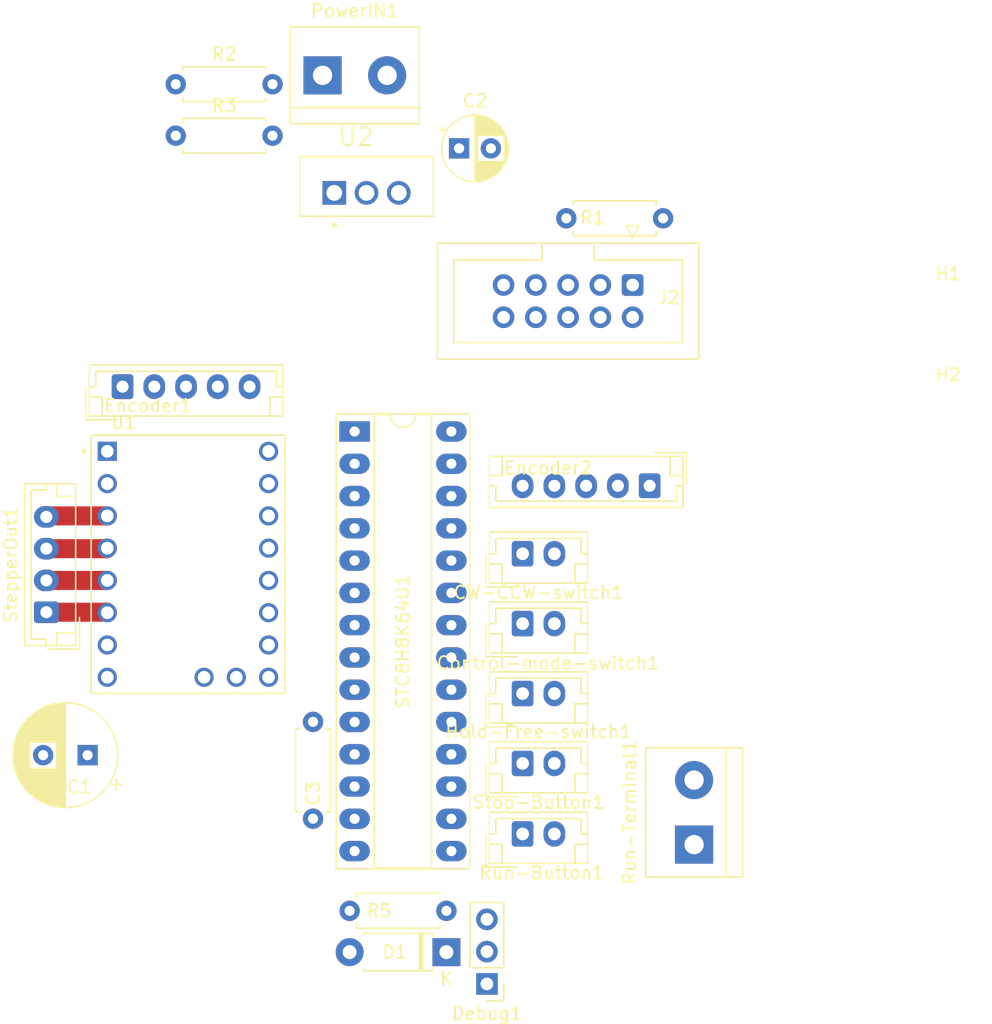
<source format=kicad_pcb>
(kicad_pcb (version 20240108) (generator "pcbnew") (generator_version "8.0")
  (layers (0 "F.Cu" signal) (31 "B.Cu" signal) (34 "B.Paste" user) (35 "F.Paste" user) (36 "B.SilkS" user "B.Silkscreen") (37 "F.SilkS" user "F.Silkscreen") (38 "B.Mask" user) (39 "F.Mask" user) (44 "Edge.Cuts" user))
  (net 0 "")
  (net 1 "GND")
  (net 2 "+24V")
  (net 3 "CW_CCW_Switch")
  (net 4 "Net-(STC8H8K64U1-Pin_10)")
  (net 5 "Net-(D1-A)")
  (net 6 "Encoder_DT2")
  (net 7 "control-mode-switch")
  (net 8 "/TX")
  (net 9 "Encoder_CLK2")
  (net 10 "Encoder_CLK1")
  (net 11 "/RX")
  (net 12 "Encoder_DT1")
  (net 13 "+5V")
  (net 14 "HOLD_FREE_SWITCH")
  (net 15 "Encoder_button2")
  (net 16 "Encoder_button1")
  (net 17 "Net-(U2-ADJ)")
  (net 18 "Run_Button")
  (net 19 "Net-(J2-Pin_5)")
  (net 20 "RS_CS")
  (net 21 "E_SCLK")
  (net 23 "RW_SID")
  (net 24 "Net-(STC8H8K64U1-Pin_16)")
  (net 25 "+3.3V")
  (net 29 "Net-(StepperOut1-Pin_4)")
  (net 30 "Net-(StepperOut1-Pin_1)")
  (net 31 "Net-(StepperOut1-Pin_2)")
  (net 32 "Net-(StepperOut1-Pin_3)")
  (net 33 "STOP_Button")
  (net 34 "DIAG")
  (net 36 "DIR")
  (net 37 "EN")
  (net 39 "STEP")
  (net 40 "INDEX")
  (footprint "Diode_THT:D_DO-41_SOD81_P7.62mm_Horizontal" (layer "F.Cu") (at 125 128.5 180)
    (property "Reference" "D1" (at 4.06 0 360) (layer "F.SilkS"))
    (property "Value" "1N5817")
    (fp_text user "K" (at 0 -2.1 360) (layer "F.SilkS"))
    (pad "1" thru_hole rect (at 0 0 180) (size 2.2 2.2) (drill 1.1) (layers "*.Cu" "*.Mask") (net 8 "/TX"))
    (pad "2" thru_hole oval (at 7.62 0 180) (size 2.2 2.2) (drill 1.1) (layers "*.Cu" "*.Mask") (net 5 "Net-(D1-A)"))
  )
  (footprint "Connector_JST:JST_EH_B5B-EH-A_1x05_P2.50mm_Vertical" (layer "F.Cu") (at 99.5 84)
    (property "Reference" "Encoder1" (at 2 1.5 0) (layer "F.SilkS"))
    (property "Value" "JST5P")
    (pad "1" thru_hole roundrect (at 0 0) (size 1.7 1.95) (drill 0.95) (layers "*.Cu" "*.Mask") (roundrect_rratio 0.147059) (net 10 "Encoder_CLK1"))
    (pad "2" thru_hole oval (at 2.5 0) (size 1.7 1.95) (drill 0.95) (layers "*.Cu" "*.Mask") (net 12 "Encoder_DT1"))
    (pad "3" thru_hole oval (at 5 0) (size 1.7 1.95) (drill 0.95) (layers "*.Cu" "*.Mask") (net 16 "Encoder_button1"))
    (pad "4" thru_hole oval (at 7.5 0) (size 1.7 1.95) (drill 0.95) (layers "*.Cu" "*.Mask") (net 13 "+5V"))
    (pad "5" thru_hole oval (at 10 0) (size 1.7 1.95) (drill 0.95) (layers "*.Cu" "*.Mask") (net 1 "GND"))
  )
  (footprint "TerminalBlock:TerminalBlock_bornier-2_P5.08mm" (layer "F.Cu") (at 115.25 59.5)
    (property "Reference" "PowerIN1" (at 2.54 -5.08 0) (layer "F.SilkS"))
    (property "Value" "Terminal")
    (pad "1" thru_hole rect (at 0 0) (size 3 3) (drill 1.52) (layers "*.Cu" "*.Mask") (net 2 "+24V"))
    (pad "2" thru_hole circle (at 5.08 0) (size 3 3) (drill 1.52) (layers "*.Cu" "*.Mask") (net 1 "GND"))
  )
  (footprint "LM338T:TO254P1054X470X1955-3" (layer "F.Cu") (at 118.71 68.75)
    (property "Reference" "U2" (at -0.835 -4.399 0) (layer "F.SilkS") (effects (font (size 1.4 1.4))))
    (property "Value" "LM338T")
    (pad "1" thru_hole rect (at -2.54 0) (size 1.86 1.86) (drill 1.24) (layers "*.Cu" "*.Mask") (net 17 "Net-(U2-ADJ)"))
    (pad "2" thru_hole circle (at 0 0) (size 1.86 1.86) (drill 1.24) (layers "*.Cu" "*.Mask") (net 13 "+5V"))
    (pad "3" thru_hole circle (at 2.54 0) (size 1.86 1.86) (drill 1.24) (layers "*.Cu" "*.Mask") (net 2 "+24V"))
  )
  (footprint "Connector_JST:JST_EH_B2B-EH-A_1x02_P2.50mm_Vertical" (layer "F.Cu") (at 131 113.65)
    (property "Reference" "Stop-Button1" (at 1.25 3.05 0) (layer "F.SilkS"))
    (property "Value" "JST2P")
    (pad "1" thru_hole roundrect (at 0 0) (size 1.7 2) (drill 1) (layers "*.Cu" "*.Mask") (roundrect_rratio 0.147059) (net 33 "STOP_Button"))
    (pad "2" thru_hole oval (at 2.5 0) (size 1.7 2) (drill 1) (layers "*.Cu" "*.Mask") (net 1 "GND"))
  )
  (footprint "Package_DIP:DIP-28_W7.62mm_Socket_LongPads" (layer "F.Cu") (at 117.77 87.53)
    (property "Reference" "STC8H8K64U1" (at 3.8 16.525 90) (layer "F.SilkS"))
    (property "Value" "DIP28")
    (pad "1" thru_hole rect (at 0 0) (size 2.4 1.6) (drill 0.8) (layers "*.Cu" "*.Mask"))
    (pad "2" thru_hole oval (at 0 2.54) (size 2.4 1.6) (drill 0.8) (layers "*.Cu" "*.Mask"))
    (pad "3" thru_hole oval (at 0 5.08) (size 2.4 1.6) (drill 0.8) (layers "*.Cu" "*.Mask") (net 10 "Encoder_CLK1"))
    (pad "4" thru_hole oval (at 0 7.62) (size 2.4 1.6) (drill 0.8) (layers "*.Cu" "*.Mask") (net 36 "DIR"))
    (pad "5" thru_hole oval (at 0 10.16) (size 2.4 1.6) (drill 0.8) (layers "*.Cu" "*.Mask") (net 39 "STEP"))
    (pad "6" thru_hole oval (at 0 12.7) (size 2.4 1.6) (drill 0.8) (layers "*.Cu" "*.Mask") (net 37 "EN"))
    (pad "7" thru_hole oval (at 0 15.24) (size 2.4 1.6) (drill 0.8) (layers "*.Cu" "*.Mask") (net 34 "DIAG"))
    (pad "8" thru_hole oval (at 0 17.78) (size 2.4 1.6) (drill 0.8) (layers "*.Cu" "*.Mask") (net 40 "INDEX"))
    (pad "9" thru_hole oval (at 0 20.32) (size 2.4 1.6) (drill 0.8) (layers "*.Cu" "*.Mask"))
    (pad "10" thru_hole oval (at 0 22.86) (size 2.4 1.6) (drill 0.8) (layers "*.Cu" "*.Mask") (net 4 "Net-(STC8H8K64U1-Pin_10)"))
    (pad "11" thru_hole oval (at 0 25.4) (size 2.4 1.6) (drill 0.8) (layers "*.Cu" "*.Mask") (net 12 "Encoder_DT1"))
    (pad "12" thru_hole oval (at 0 27.94) (size 2.4 1.6) (drill 0.8) (layers "*.Cu" "*.Mask") (net 25 "+3.3V"))
    (pad "13" thru_hole oval (at 0 30.48) (size 2.4 1.6) (drill 0.8) (layers "*.Cu" "*.Mask") (net 1 "GND"))
    (pad "14" thru_hole oval (at 0 33.02) (size 2.4 1.6) (drill 0.8) (layers "*.Cu" "*.Mask") (net 1 "GND"))
    (pad "15" thru_hole oval (at 7.62 33.02) (size 2.4 1.6) (drill 0.8) (layers "*.Cu" "*.Mask") (net 5 "Net-(D1-A)"))
    (pad "16" thru_hole oval (at 7.62 30.48) (size 2.4 1.6) (drill 0.8) (layers "*.Cu" "*.Mask") (net 24 "Net-(STC8H8K64U1-Pin_16)"))
    (pad "17" thru_hole oval (at 7.62 27.94) (size 2.4 1.6) (drill 0.8) (layers "*.Cu" "*.Mask") (net 16 "Encoder_button1"))
    (pad "18" thru_hole oval (at 7.62 25.4) (size 2.4 1.6) (drill 0.8) (layers "*.Cu" "*.Mask") (net 18 "Run_Button"))
    (pad "19" thru_hole oval (at 7.62 22.86) (size 2.4 1.6) (drill 0.8) (layers "*.Cu" "*.Mask") (net 33 "STOP_Button"))
    (pad "20" thru_hole oval (at 7.62 20.32) (size 2.4 1.6) (drill 0.8) (layers "*.Cu" "*.Mask") (net 14 "HOLD_FREE_SWITCH"))
    (pad "21" thru_hole oval (at 7.62 17.78) (size 2.4 1.6) (drill 0.8) (layers "*.Cu" "*.Mask") (net 7 "control-mode-switch"))
    (pad "22" thru_hole oval (at 7.62 15.24) (size 2.4 1.6) (drill 0.8) (layers "*.Cu" "*.Mask") (net 3 "CW_CCW_Switch"))
    (pad "23" thru_hole oval (at 7.62 12.7) (size 2.4 1.6) (drill 0.8) (layers "*.Cu" "*.Mask") (net 9 "Encoder_CLK2"))
    (pad "24" thru_hole oval (at 7.62 10.16) (size 2.4 1.6) (drill 0.8) (layers "*.Cu" "*.Mask") (net 6 "Encoder_DT2"))
    (pad "25" thru_hole oval (at 7.62 7.62) (size 2.4 1.6) (drill 0.8) (layers "*.Cu" "*.Mask") (net 15 "Encoder_button2"))
    (pad "26" thru_hole oval (at 7.62 5.08) (size 2.4 1.6) (drill 0.8) (layers "*.Cu" "*.Mask") (net 20 "RS_CS"))
    (pad "27" thru_hole oval (at 7.62 2.54) (size 2.4 1.6) (drill 0.8) (layers "*.Cu" "*.Mask") (net 23 "RW_SID"))
    (pad "28" thru_hole oval (at 7.62 0) (size 2.4 1.6) (drill 0.8) (layers "*.Cu" "*.Mask") (net 21 "E_SCLK"))
  )
  (footprint "Connector_JST:JST_EH_B2B-EH-A_1x02_P2.50mm_Vertical" (layer "F.Cu") (at 131 102.65)
    (property "Reference" "Control-mode-switch1" (at 2 3.1 0) (layer "F.SilkS"))
    (property "Value" "JST2P")
    (pad "1" thru_hole roundrect (at 0 0) (size 1.7 2) (drill 1) (layers "*.Cu" "*.Mask") (roundrect_rratio 0.147059) (net 7 "control-mode-switch"))
    (pad "2" thru_hole oval (at 2.5 0) (size 1.7 2) (drill 1) (layers "*.Cu" "*.Mask") (net 1 "GND"))
  )
  (footprint "MountingHole:MountingHole_3.2mm_M3" (layer "F.Cu") (at 164.5 87.25)
    (property "Reference" "H2" (at 0 -4.2 0) (layer "F.SilkS"))
    (property "Value" "3.3mm")
    (pad "" np_thru_hole circle (at 0 0) (size 3.2 3.2) (drill 3.2) (layers "*.Cu" "*.Mask"))
  )
  (footprint "Resistor_THT:R_Axial_DIN0207_L6.3mm_D2.5mm_P7.62mm_Horizontal" (layer "F.Cu") (at 114.5 118 90)
    (property "Reference" "C3" (at 2 0 90) (layer "F.SilkS"))
    (property "Value" "10nf")
    (pad "1" thru_hole circle (at 0 0 90) (size 1.6 1.6) (drill 0.8) (layers "*.Cu" "*.Mask") (net 1 "GND"))
    (pad "2" thru_hole oval (at 7.62 0 90) (size 1.6 1.6) (drill 0.8) (layers "*.Cu" "*.Mask") (net 4 "Net-(STC8H8K64U1-Pin_10)"))
  )
  (footprint "TerminalBlock:TerminalBlock_bornier-2_P5.08mm" (layer "F.Cu") (at 144.5 120.04 90)
    (property "Reference" "Run-Terminal1" (at 2.54 -5.08 90) (layer "F.SilkS"))
    (property "Value" "Terminal")
    (pad "1" thru_hole rect (at 0 0 90) (size 3 3) (drill 1.52) (layers "*.Cu" "*.Mask") (net 18 "Run_Button"))
    (pad "2" thru_hole circle (at 5.08 0 90) (size 3 3) (drill 1.52) (layers "*.Cu" "*.Mask") (net 1 "GND"))
  )
  (footprint "MountingHole:MountingHole_3.2mm_M3" (layer "F.Cu") (at 164.5 79.3)
    (property "Reference" "H1" (at 0 -4.2 0) (layer "F.SilkS"))
    (property "Value" "3.3mm")
    (pad "" np_thru_hole circle (at 0 0) (size 3.2 3.2) (drill 3.2) (layers "*.Cu" "*.Mask"))
  )
  (footprint "Connector_JST:JST_EH_B2B-EH-A_1x02_P2.50mm_Vertical" (layer "F.Cu") (at 131 97.15)
    (property "Reference" "CW-CCW-switch1" (at 1.25 3.05 0) (layer "F.SilkS"))
    (property "Value" "JST2P")
    (pad "1" thru_hole roundrect (at 0 0) (size 1.7 2) (drill 1) (layers "*.Cu" "*.Mask") (roundrect_rratio 0.147059) (net 3 "CW_CCW_Switch"))
    (pad "2" thru_hole oval (at 2.5 0) (size 1.7 2) (drill 1) (layers "*.Cu" "*.Mask") (net 1 "GND"))
  )
  (footprint "Capacitor_THT:CP_Radial_D8.0mm_P3.50mm" (layer "F.Cu") (at 96.75 113 180)
    (property "Reference" "C1" (at 0.652651 -2.5 360) (layer "F.SilkS"))
    (property "Value" "470uf")
    (pad "1" thru_hole rect (at 0 0 180) (size 1.6 1.6) (drill 0.8) (layers "*.Cu" "*.Mask") (net 2 "+24V"))
    (pad "2" thru_hole circle (at 3.5 0 180) (size 1.6 1.6) (drill 0.8) (layers "*.Cu" "*.Mask") (net 1 "GND"))
  )
  (footprint "Connector_IDC:IDC-Header_2x05_P2.54mm_Vertical" (layer "F.Cu") (at 139.66 76 -90)
    (property "Reference" "J2" (at 1 -2.84 180) (layer "F.SilkS"))
    (property "Value" "IDC-10P")
    (pad "1" thru_hole roundrect (at 0 0 270) (size 1.7 1.7) (drill 1) (layers "*.Cu" "*.Mask") (roundrect_rratio 0.147059) (net 1 "GND"))
    (pad "2" thru_hole circle (at 2.54 0 270) (size 1.7 1.7) (drill 1) (layers "*.Cu" "*.Mask") (net 13 "+5V"))
    (pad "3" thru_hole circle (at 0 2.54 270) (size 1.7 1.7) (drill 1) (layers "*.Cu" "*.Mask") (net 23 "RW_SID"))
    (pad "4" thru_hole circle (at 2.54 2.54 270) (size 1.7 1.7) (drill 1) (layers "*.Cu" "*.Mask"))
    (pad "5" thru_hole circle (at 0 5.08 270) (size 1.7 1.7) (drill 1) (layers "*.Cu" "*.Mask") (net 19 "Net-(J2-Pin_5)"))
    (pad "6" thru_hole circle (at 2.54 5.08 270) (size 1.7 1.7) (drill 1) (layers "*.Cu" "*.Mask") (net 1 "GND"))
    (pad "7" thru_hole circle (at 0 7.62 270) (size 1.7 1.7) (drill 1) (layers "*.Cu" "*.Mask") (net 1 "GND"))
    (pad "8" thru_hole circle (at 2.54 7.62 270) (size 1.7 1.7) (drill 1) (layers "*.Cu" "*.Mask") (net 21 "E_SCLK"))
    (pad "9" thru_hole circle (at 0 10.16 270) (size 1.7 1.7) (drill 1) (layers "*.Cu" "*.Mask") (net 20 "RS_CS"))
    (pad "10" thru_hole circle (at 2.54 10.16 270) (size 1.7 1.7) (drill 1) (layers "*.Cu" "*.Mask") (net 13 "+5V"))
  )
  (footprint "Connector_JST:JST_EH_B4B-EH-A_1x04_P2.50mm_Vertical" (layer "F.Cu") (at 93.5 101.75 90)
    (property "Reference" "StepperOut1" (at 3.75 -2.8 90) (layer "F.SilkS"))
    (property "Value" "JST4P")
    (pad "1" thru_hole roundrect (at 0 0 90) (size 1.7 1.95) (drill 0.95) (layers "*.Cu" "*.Mask") (roundrect_rratio 0.147059) (net 30 "Net-(StepperOut1-Pin_1)"))
    (pad "2" thru_hole oval (at 2.5 0 90) (size 1.7 1.95) (drill 0.95) (layers "*.Cu" "*.Mask") (net 31 "Net-(StepperOut1-Pin_2)"))
    (pad "3" thru_hole oval (at 5 0 90) (size 1.7 1.95) (drill 0.95) (layers "*.Cu" "*.Mask") (net 32 "Net-(StepperOut1-Pin_3)"))
    (pad "4" thru_hole oval (at 7.5 0 90) (size 1.7 1.95) (drill 0.95) (layers "*.Cu" "*.Mask") (net 29 "Net-(StepperOut1-Pin_4)"))
  )
  (footprint "Resistor_THT:R_Axial_DIN0207_L6.3mm_D2.5mm_P7.62mm_Horizontal" (layer "F.Cu") (at 103.69 64.25)
    (property "Reference" "R3" (at 3.81 -2.37 0) (layer "F.SilkS"))
    (property "Value" "330")
    (pad "1" thru_hole circle (at 0 0) (size 1.6 1.6) (drill 0.8) (layers "*.Cu" "*.Mask") (net 1 "GND"))
    (pad "2" thru_hole oval (at 7.62 0) (size 1.6 1.6) (drill 0.8) (layers "*.Cu" "*.Mask") (net 17 "Net-(U2-ADJ)"))
  )
  (footprint "Capacitor_THT:CP_Radial_D5.0mm_P2.50mm" (layer "F.Cu") (at 126 65.25)
    (property "Reference" "C2" (at 1.25 -3.75 0) (layer "F.SilkS"))
    (property "Value" "10uf")
    (pad "1" thru_hole rect (at 0 0) (size 1.6 1.6) (drill 0.8) (layers "*.Cu" "*.Mask") (net 2 "+24V"))
    (pad "2" thru_hole circle (at 2.5 0) (size 1.6 1.6) (drill 0.8) (layers "*.Cu" "*.Mask") (net 1 "GND"))
  )
  (footprint "Resistor_THT:R_Axial_DIN0207_L6.3mm_D2.5mm_P7.62mm_Horizontal" (layer "F.Cu") (at 134.44 70.75)
    (property "Reference" "R1" (at 2.06 -0.04 0) (layer "F.SilkS"))
    (property "Value" "220")
    (pad "1" thru_hole circle (at 0 0) (size 1.6 1.6) (drill 0.8) (layers "*.Cu" "*.Mask") (net 19 "Net-(J2-Pin_5)"))
    (pad "2" thru_hole oval (at 7.62 0) (size 1.6 1.6) (drill 0.8) (layers "*.Cu" "*.Mask") (net 13 "+5V"))
  )
  (footprint "Connector_JST:JST_EH_B2B-EH-A_1x02_P2.50mm_Vertical" (layer "F.Cu") (at 131 119.2)
    (property "Reference" "Run-Button1" (at 1.5 3.05 0) (layer "F.SilkS"))
    (property "Value" "JST2P")
    (pad "1" thru_hole roundrect (at 0 0) (size 1.7 2) (drill 1) (layers "*.Cu" "*.Mask") (roundrect_rratio 0.147059) (net 18 "Run_Button"))
    (pad "2" thru_hole oval (at 2.5 0) (size 1.7 2) (drill 1) (layers "*.Cu" "*.Mask") (net 1 "GND"))
  )
  (footprint "TMC:MODULE_TMC2209_SILENTSTEPSTICK" (layer "F.Cu") (at 104.65 97.98)
    (property "Reference" "U1" (at -5.075 -11.155 360) (layer "F.SilkS"))
    (property "Value" "TMC2209_SILENTSTEPSTICK")
    (pad "1" thru_hole rect (at -6.35 -8.89) (size 1.508 1.508) (drill 1) (layers "*.Cu" "*.Mask") (net 1 "GND"))
    (pad "2" thru_hole circle (at -6.35 -6.35) (size 1.508 1.508) (drill 1) (layers "*.Cu" "*.Mask") (net 13 "+5V"))
    (pad "3" thru_hole circle (at -6.35 -3.81) (size 1.508 1.508) (drill 1) (layers "*.Cu" "*.Mask") (net 29 "Net-(StepperOut1-Pin_4)"))
    (pad "4" thru_hole circle (at -6.35 -1.27) (size 1.508 1.508) (drill 1) (layers "*.Cu" "*.Mask") (net 32 "Net-(StepperOut1-Pin_3)"))
    (pad "5" thru_hole circle (at -6.35 1.27) (size 1.508 1.508) (drill 1) (layers "*.Cu" "*.Mask") (net 31 "Net-(StepperOut1-Pin_2)"))
    (pad "6" thru_hole circle (at -6.35 3.81) (size 1.508 1.508) (drill 1) (layers "*.Cu" "*.Mask") (net 30 "Net-(StepperOut1-Pin_1)"))
    (pad "7" thru_hole circle (at -6.35 6.35) (size 1.508 1.508) (drill 1) (layers "*.Cu" "*.Mask") (net 1 "GND"))
    (pad "8" thru_hole circle (at -6.35 8.89) (size 1.508 1.508) (drill 1) (layers "*.Cu" "*.Mask") (net 2 "+24V"))
    (pad "9" thru_hole circle (at 6.35 -8.89) (size 1.508 1.508) (drill 1) (layers "*.Cu" "*.Mask") (net 36 "DIR"))
    (pad "10" thru_hole circle (at 6.35 -6.35) (size 1.508 1.508) (drill 1) (layers "*.Cu" "*.Mask") (net 39 "STEP"))
    (pad "11" thru_hole circle (at 6.35 -3.81) (size 1.508 1.508) (drill 1) (layers "*.Cu" "*.Mask"))
    (pad "12" thru_hole circle (at 6.35 -1.27) (size 1.508 1.508) (drill 1) (layers "*.Cu" "*.Mask"))
    (pad "13" thru_hole circle (at 6.35 1.27) (size 1.508 1.508) (drill 1) (layers "*.Cu" "*.Mask") (net 1 "GND"))
    (pad "14" thru_hole circle (at 6.35 3.81) (size 1.508 1.508) (drill 1) (layers "*.Cu" "*.Mask") (net 1 "GND"))
    (pad "15" thru_hole circle (at 6.35 6.35) (size 1.508 1.508) (drill 1) (layers "*.Cu" "*.Mask") (net 1 "GND"))
    (pad "16" thru_hole circle (at 6.35 8.89) (size 1.508 1.508) (drill 1) (layers "*.Cu" "*.Mask") (net 37 "EN"))
    (pad "17" thru_hole circle (at 1.27 8.89) (size 1.508 1.508) (drill 1) (layers "*.Cu" "*.Mask") (net 40 "INDEX"))
    (pad "18" thru_hole circle (at 3.81 8.89) (size 1.508 1.508) (drill 1) (layers "*.Cu" "*.Mask") (net 34 "DIAG"))
  )
  (footprint "Resistor_THT:R_Axial_DIN0207_L6.3mm_D2.5mm_P7.62mm_Horizontal" (layer "F.Cu") (at 117.38 125.25)
    (property "Reference" "R5" (at 2.31 0 0) (layer "F.SilkS"))
    (property "Value" "100")
    (pad "1" thru_hole circle (at 0 0) (size 1.6 1.6) (drill 0.8) (layers "*.Cu" "*.Mask") (net 24 "Net-(STC8H8K64U1-Pin_16)"))
    (pad "2" thru_hole oval (at 7.62 0) (size 1.6 1.6) (drill 0.8) (layers "*.Cu" "*.Mask") (net 11 "/RX"))
  )
  (footprint "Connector_JST:JST_EH_B2B-EH-A_1x02_P2.50mm_Vertical" (layer "F.Cu") (at 131 108.15)
    (property "Reference" "Hold-Free-switch1" (at 1.25 3 0) (layer "F.SilkS"))
    (property "Value" "JST2P")
    (pad "1" thru_hole roundrect (at 0 0) (size 1.7 2) (drill 1) (layers "*.Cu" "*.Mask") (roundrect_rratio 0.147059) (net 14 "HOLD_FREE_SWITCH"))
    (pad "2" thru_hole oval (at 2.5 0) (size 1.7 2) (drill 1) (layers "*.Cu" "*.Mask") (net 1 "GND"))
  )
  (footprint "Resistor_THT:R_Axial_DIN0207_L6.3mm_D2.5mm_P7.62mm_Horizontal" (layer "F.Cu") (at 103.69 60.2)
    (property "Reference" "R2" (at 3.81 -2.37 0) (layer "F.SilkS"))
    (property "Value" "100")
    (pad "1" thru_hole circle (at 0 0) (size 1.6 1.6) (drill 0.8) (layers "*.Cu" "*.Mask") (net 17 "Net-(U2-ADJ)"))
    (pad "2" thru_hole oval (at 7.62 0) (size 1.6 1.6) (drill 0.8) (layers "*.Cu" "*.Mask") (net 13 "+5V"))
  )
  (footprint "Connector_JST:JST_EH_B5B-EH-A_1x05_P2.50mm_Vertical" (layer "F.Cu") (at 141 91.8 180)
    (property "Reference" "Encoder2" (at 8 1.4 360) (layer "F.SilkS"))
    (property "Value" "JST5P")
    (pad "1" thru_hole roundrect (at 0 0 180) (size 1.7 1.95) (drill 0.95) (layers "*.Cu" "*.Mask") (roundrect_rratio 0.147059) (net 9 "Encoder_CLK2"))
    (pad "2" thru_hole oval (at 2.5 0 180) (size 1.7 1.95) (drill 0.95) (layers "*.Cu" "*.Mask") (net 6 "Encoder_DT2"))
    (pad "3" thru_hole oval (at 5 0 180) (size 1.7 1.95) (drill 0.95) (layers "*.Cu" "*.Mask") (net 15 "Encoder_button2"))
    (pad "4" thru_hole oval (at 7.5 0 180) (size 1.7 1.95) (drill 0.95) (layers "*.Cu" "*.Mask") (net 13 "+5V"))
    (pad "5" thru_hole oval (at 10 0 180) (size 1.7 1.95) (drill 0.95) (layers "*.Cu" "*.Mask") (net 1 "GND"))
  )
  (footprint "Connector_PinHeader_2.54mm:PinHeader_1x03_P2.54mm_Vertical" (layer "F.Cu") (at 128.19 131 180)
    (property "Reference" "Debug1" (at 0 -2.33 360) (layer "F.SilkS"))
    (property "Value" "Pin_01x03")
    (pad "1" thru_hole rect (at 0 0 180) (size 1.7 1.7) (drill 1) (layers "*.Cu" "*.Mask") (net 1 "GND"))
    (pad "2" thru_hole oval (at 0 2.54 180) (size 1.7 1.7) (drill 1) (layers "*.Cu" "*.Mask") (net 8 "/TX"))
    (pad "3" thru_hole oval (at 0 5.08 180) (size 1.7 1.7) (drill 1) (layers "*.Cu" "*.Mask") (net 11 "/RX"))
  )
  (segment (start 93.58 94.17) (end 93.5 94.25) (width 1.5) (layer "F.Cu") (net 29))
  (segment (start 98.3 94.17) (end 93.58 94.17) (width 1.5) (layer "F.Cu") (net 29))
  (segment (start 98.26 101.75) (end 98.3 101.79) (width 1.5) (layer "F.Cu") (net 30))
  (segment (start 93.5 101.75) (end 98.26 101.75) (width 1.5) (layer "F.Cu") (net 30))
  (segment (start 93.5 99.25) (end 98.3 99.25) (width 1.5) (layer "F.Cu") (net 31))
  (segment (start 98.26 96.75) (end 98.3 96.71) (width 1.5) (layer "F.Cu") (net 32))
  (segment (start 93.5 96.75) (end 98.26 96.75) (width 1.5) (layer "F.Cu") (net 32))
)
</source>
